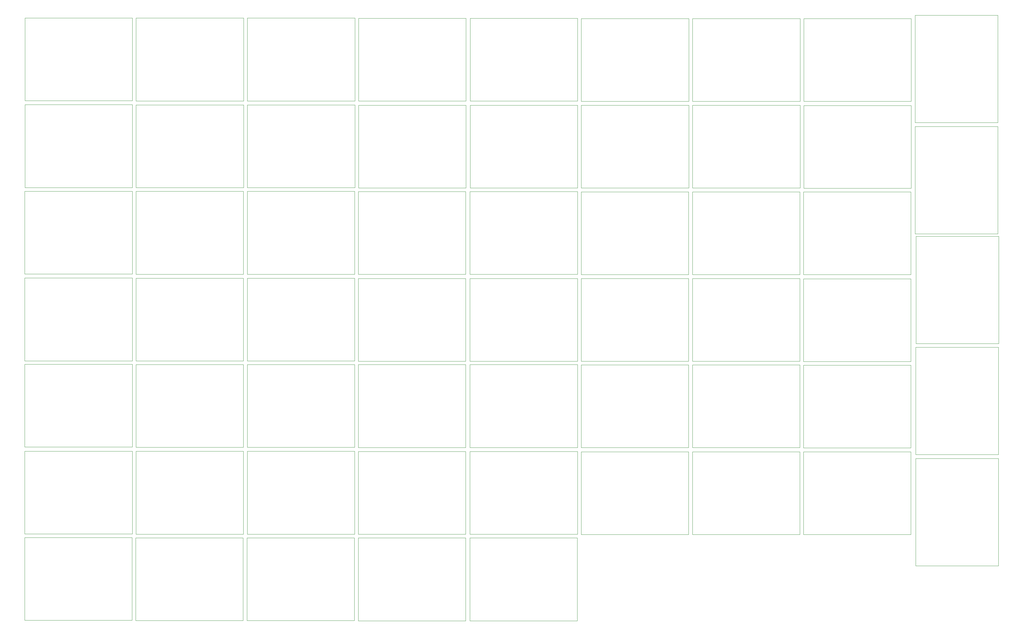
<source format=gbr>
%TF.GenerationSoftware,KiCad,Pcbnew,(5.1.6)-1*%
%TF.CreationDate,2020-07-01T09:45:42+05:30*%
%TF.ProjectId,single sided ch340c,73696e67-6c65-4207-9369-646564206368,rev?*%
%TF.SameCoordinates,Original*%
%TF.FileFunction,Profile,NP*%
%FSLAX46Y46*%
G04 Gerber Fmt 4.6, Leading zero omitted, Abs format (unit mm)*
G04 Created by KiCad (PCBNEW (5.1.6)-1) date 2020-07-01 09:45:42*
%MOMM*%
%LPD*%
G01*
G04 APERTURE LIST*
%TA.AperFunction,Profile*%
%ADD10C,0.100000*%
%TD*%
G04 APERTURE END LIST*
D10*
X261023100Y-43484800D02*
X284073600Y-43484800D01*
X261023099Y-42405300D02*
X261023100Y-12496800D01*
X284073600Y-12496800D02*
X284073600Y-42405300D01*
X284073600Y-42405300D02*
X261023099Y-42405300D01*
X284073600Y-73393300D02*
X261023099Y-73393300D01*
X261023099Y-73393300D02*
X261023100Y-43484800D01*
X261023100Y-12496800D02*
X284073600Y-12496800D01*
X284073600Y-43484800D02*
X284073600Y-73393300D01*
X105981500Y-181102000D02*
X105981500Y-158051500D01*
X104952800Y-158000700D02*
X104952800Y-181051200D01*
X43027600Y-157949900D02*
X43027600Y-181000400D01*
X135890000Y-181102000D02*
X105981500Y-181102000D01*
X43027600Y-181000400D02*
X13119100Y-181000400D01*
X261226300Y-104952800D02*
X284276800Y-104952800D01*
X13119100Y-181000400D02*
X13119100Y-157949900D01*
X135890000Y-158051500D02*
X135890000Y-181102000D01*
X73964800Y-181051200D02*
X44056300Y-181051200D01*
X137071100Y-181102000D02*
X137071100Y-158051500D01*
X105981500Y-158051500D02*
X135890000Y-158051500D01*
X44056300Y-181051200D02*
X44056300Y-158000700D01*
X137071100Y-158051500D02*
X166979600Y-158051500D01*
X284276800Y-135940800D02*
X284276800Y-165849300D01*
X44056300Y-158000700D02*
X73964800Y-158000700D01*
X166979600Y-158051500D02*
X166979600Y-181102000D01*
X261277100Y-74015599D02*
X284327600Y-74015600D01*
X13119100Y-157949900D02*
X43027600Y-157949900D01*
X261277100Y-103924101D02*
X261277100Y-74015599D01*
X75044300Y-158000700D02*
X104952800Y-158000700D01*
X73964800Y-158000700D02*
X73964800Y-181051200D01*
X284327600Y-74015600D02*
X284327600Y-103924100D01*
X75044300Y-181051200D02*
X75044300Y-158000700D01*
X104952800Y-181051200D02*
X75044300Y-181051200D01*
X166979600Y-181102000D02*
X137071100Y-181102000D01*
X229984300Y-134073900D02*
X259892800Y-134073900D01*
X168059100Y-134023100D02*
X197967600Y-134023100D01*
X105003600Y-156972000D02*
X75095100Y-156972000D01*
X105003600Y-133921500D02*
X105003600Y-156972000D01*
X75095100Y-133921500D02*
X105003600Y-133921500D01*
X106032300Y-133972300D02*
X135940800Y-133972300D01*
X199047100Y-157073600D02*
X199047100Y-134023100D01*
X75095100Y-156972000D02*
X75095100Y-133921500D01*
X74015600Y-133921500D02*
X74015600Y-156972000D01*
X197967600Y-109842300D02*
X197967600Y-132892800D01*
X167030400Y-133972300D02*
X167030400Y-157022800D01*
X228955600Y-157073600D02*
X199047100Y-157073600D01*
X199047100Y-134023100D02*
X228955600Y-134023100D01*
X228955600Y-132892800D02*
X199047100Y-132892800D01*
X168059100Y-157073600D02*
X168059100Y-134023100D01*
X106032300Y-157022800D02*
X106032300Y-133972300D01*
X168059100Y-109842300D02*
X197967600Y-109842300D01*
X167030400Y-157022800D02*
X137121900Y-157022800D01*
X43078400Y-133870700D02*
X43078400Y-156921200D01*
X199047100Y-132892800D02*
X199047100Y-109842300D01*
X197967600Y-134023100D02*
X197967600Y-157073600D01*
X44107100Y-133921500D02*
X74015600Y-133921500D01*
X259892800Y-157124400D02*
X229984300Y-157124400D01*
X229984300Y-157124400D02*
X229984300Y-134073900D01*
X137121900Y-157022800D02*
X137121900Y-133972300D01*
X13169900Y-133870700D02*
X43078400Y-133870700D01*
X44107100Y-156972000D02*
X44107100Y-133921500D01*
X229984300Y-132943600D02*
X229984300Y-109893100D01*
X228955600Y-134023100D02*
X228955600Y-157073600D01*
X199047100Y-109842300D02*
X228955600Y-109842300D01*
X168059100Y-132892800D02*
X168059100Y-109842300D01*
X229984300Y-109893100D02*
X259892800Y-109893100D01*
X167030400Y-109791500D02*
X167030400Y-132842000D01*
X74015600Y-156972000D02*
X44107100Y-156972000D01*
X75095100Y-109740700D02*
X105003600Y-109740700D01*
X135940800Y-133972300D02*
X135940800Y-157022800D01*
X137121900Y-132842000D02*
X137121900Y-109791500D01*
X259892800Y-132943600D02*
X229984300Y-132943600D01*
X135940800Y-157022800D02*
X106032300Y-157022800D01*
X75095100Y-132791200D02*
X75095100Y-109740700D01*
X106032300Y-132842000D02*
X106032300Y-109791500D01*
X106032300Y-109791500D02*
X135940800Y-109791500D01*
X44107100Y-132791200D02*
X44107100Y-109740700D01*
X105003600Y-132791200D02*
X75095100Y-132791200D01*
X44107100Y-109740700D02*
X74015600Y-109740700D01*
X167030400Y-132842000D02*
X137121900Y-132842000D01*
X137121900Y-133972300D02*
X167030400Y-133972300D01*
X74015600Y-109740700D02*
X74015600Y-132791200D01*
X105003600Y-109740700D02*
X105003600Y-132791200D01*
X43078400Y-109689900D02*
X43078400Y-132740400D01*
X13169900Y-109689900D02*
X43078400Y-109689900D01*
X228955600Y-109842300D02*
X228955600Y-132892800D01*
X137121900Y-109791500D02*
X167030400Y-109791500D01*
X259892800Y-109893100D02*
X259892800Y-132943600D01*
X197967600Y-132892800D02*
X168059100Y-132892800D01*
X259892800Y-134073900D02*
X259892800Y-157124400D01*
X13169900Y-132740400D02*
X13169900Y-109689900D01*
X197967600Y-157073600D02*
X168059100Y-157073600D01*
X13169900Y-156921200D02*
X13169900Y-133870700D01*
X43078400Y-156921200D02*
X13169900Y-156921200D01*
X135940800Y-109791500D02*
X135940800Y-132842000D01*
X135940800Y-132842000D02*
X106032300Y-132842000D01*
X74015600Y-132791200D02*
X44107100Y-132791200D01*
X43078400Y-132740400D02*
X13169900Y-132740400D01*
X261226299Y-165849300D02*
X261226300Y-135940800D01*
X284276800Y-134861300D02*
X261226299Y-134861300D01*
X284276800Y-165849300D02*
X261226299Y-165849300D01*
X261226299Y-134861300D02*
X261226300Y-104952800D01*
X284327600Y-103924100D02*
X261277100Y-103924101D01*
X284276800Y-104952800D02*
X284276800Y-134861300D01*
X261226300Y-135940800D02*
X284276800Y-135940800D01*
X229984300Y-85864700D02*
X259892800Y-85864700D01*
X168059100Y-85813900D02*
X197967600Y-85813900D01*
X105003600Y-108762800D02*
X75095100Y-108762800D01*
X105003600Y-85712300D02*
X105003600Y-108762800D01*
X75095100Y-85712300D02*
X105003600Y-85712300D01*
X106032300Y-85763100D02*
X135940800Y-85763100D01*
X199047100Y-108864400D02*
X199047100Y-85813900D01*
X75095100Y-108762800D02*
X75095100Y-85712300D01*
X74015600Y-85712300D02*
X74015600Y-108762800D01*
X197967600Y-61633100D02*
X197967600Y-84683600D01*
X167030400Y-85763100D02*
X167030400Y-108813600D01*
X228955600Y-108864400D02*
X199047100Y-108864400D01*
X199047100Y-85813900D02*
X228955600Y-85813900D01*
X228955600Y-84683600D02*
X199047100Y-84683600D01*
X168059100Y-108864400D02*
X168059100Y-85813900D01*
X106032300Y-108813600D02*
X106032300Y-85763100D01*
X168059100Y-61633100D02*
X197967600Y-61633100D01*
X167030400Y-108813600D02*
X137121900Y-108813600D01*
X43078400Y-85661500D02*
X43078400Y-108712000D01*
X199047100Y-84683600D02*
X199047100Y-61633100D01*
X197967600Y-85813900D02*
X197967600Y-108864400D01*
X44107100Y-85712300D02*
X74015600Y-85712300D01*
X259892800Y-108915200D02*
X229984300Y-108915200D01*
X229984300Y-108915200D02*
X229984300Y-85864700D01*
X137121900Y-108813600D02*
X137121900Y-85763100D01*
X13169900Y-85661500D02*
X43078400Y-85661500D01*
X44107100Y-108762800D02*
X44107100Y-85712300D01*
X229984300Y-84734400D02*
X229984300Y-61683900D01*
X228955600Y-85813900D02*
X228955600Y-108864400D01*
X199047100Y-61633100D02*
X228955600Y-61633100D01*
X168059100Y-84683600D02*
X168059100Y-61633100D01*
X229984300Y-61683900D02*
X259892800Y-61683900D01*
X167030400Y-61582300D02*
X167030400Y-84632800D01*
X74015600Y-108762800D02*
X44107100Y-108762800D01*
X75095100Y-61531500D02*
X105003600Y-61531500D01*
X135940800Y-85763100D02*
X135940800Y-108813600D01*
X137121900Y-84632800D02*
X137121900Y-61582300D01*
X259892800Y-84734400D02*
X229984300Y-84734400D01*
X135940800Y-108813600D02*
X106032300Y-108813600D01*
X75095100Y-84582000D02*
X75095100Y-61531500D01*
X106032300Y-84632800D02*
X106032300Y-61582300D01*
X106032300Y-61582300D02*
X135940800Y-61582300D01*
X44107100Y-84582000D02*
X44107100Y-61531500D01*
X105003600Y-84582000D02*
X75095100Y-84582000D01*
X44107100Y-61531500D02*
X74015600Y-61531500D01*
X167030400Y-84632800D02*
X137121900Y-84632800D01*
X137121900Y-85763100D02*
X167030400Y-85763100D01*
X74015600Y-61531500D02*
X74015600Y-84582000D01*
X105003600Y-61531500D02*
X105003600Y-84582000D01*
X43078400Y-61480700D02*
X43078400Y-84531200D01*
X13169900Y-61480700D02*
X43078400Y-61480700D01*
X228955600Y-61633100D02*
X228955600Y-84683600D01*
X137121900Y-61582300D02*
X167030400Y-61582300D01*
X259892800Y-61683900D02*
X259892800Y-84734400D01*
X197967600Y-84683600D02*
X168059100Y-84683600D01*
X259892800Y-85864700D02*
X259892800Y-108915200D01*
X13169900Y-84531200D02*
X13169900Y-61480700D01*
X197967600Y-108864400D02*
X168059100Y-108864400D01*
X13169900Y-108712000D02*
X13169900Y-85661500D01*
X43078400Y-108712000D02*
X13169900Y-108712000D01*
X135940800Y-61582300D02*
X135940800Y-84632800D01*
X135940800Y-84632800D02*
X106032300Y-84632800D01*
X74015600Y-84582000D02*
X44107100Y-84582000D01*
X43078400Y-84531200D02*
X13169900Y-84531200D01*
X198018400Y-37553900D02*
X198018400Y-60604400D01*
X229006400Y-60604400D02*
X199097900Y-60604400D01*
X168109900Y-37553900D02*
X198018400Y-37553900D01*
X199097900Y-60604400D02*
X199097900Y-37553900D01*
X230035100Y-60655200D02*
X230035100Y-37604700D01*
X199097900Y-37553900D02*
X229006400Y-37553900D01*
X168109900Y-60604400D02*
X168109900Y-37553900D01*
X230035100Y-37604700D02*
X259943600Y-37604700D01*
X167081200Y-37503100D02*
X167081200Y-60553600D01*
X75145900Y-37452300D02*
X105054400Y-37452300D01*
X137172700Y-60553600D02*
X137172700Y-37503100D01*
X259943600Y-60655200D02*
X230035100Y-60655200D01*
X75145900Y-60502800D02*
X75145900Y-37452300D01*
X106083100Y-60553600D02*
X106083100Y-37503100D01*
X106083100Y-37503100D02*
X135991600Y-37503100D01*
X44157900Y-60502800D02*
X44157900Y-37452300D01*
X105054400Y-60502800D02*
X75145900Y-60502800D01*
X44157900Y-37452300D02*
X74066400Y-37452300D01*
X167081200Y-60553600D02*
X137172700Y-60553600D01*
X74066400Y-37452300D02*
X74066400Y-60502800D01*
X105054400Y-37452300D02*
X105054400Y-60502800D01*
X43129200Y-37401500D02*
X43129200Y-60452000D01*
X13220700Y-37401500D02*
X43129200Y-37401500D01*
X229006400Y-37553900D02*
X229006400Y-60604400D01*
X137172700Y-37503100D02*
X167081200Y-37503100D01*
X259943600Y-37604700D02*
X259943600Y-60655200D01*
X198018400Y-60604400D02*
X168109900Y-60604400D01*
X13220700Y-60452000D02*
X13220700Y-37401500D01*
X135991600Y-37503100D02*
X135991600Y-60553600D01*
X135991600Y-60553600D02*
X106083100Y-60553600D01*
X74066400Y-60502800D02*
X44157900Y-60502800D01*
X43129200Y-60452000D02*
X13220700Y-60452000D01*
X199097900Y-13373100D02*
X229006400Y-13373100D01*
X199097900Y-36423600D02*
X199097900Y-13373100D01*
X230035100Y-36474400D02*
X230035100Y-13423900D01*
X230035100Y-13423900D02*
X259943600Y-13423900D01*
X168109900Y-36423600D02*
X168109900Y-13373100D01*
X229006400Y-36423600D02*
X199097900Y-36423600D01*
X168109900Y-13373100D02*
X198018400Y-13373100D01*
X198018400Y-13373100D02*
X198018400Y-36423600D01*
X229006400Y-13373100D02*
X229006400Y-36423600D01*
X167081200Y-13322300D02*
X167081200Y-36372800D01*
X137172700Y-13322300D02*
X167081200Y-13322300D01*
X137172700Y-36372800D02*
X137172700Y-13322300D01*
X259943600Y-13423900D02*
X259943600Y-36474400D01*
X259943600Y-36474400D02*
X230035100Y-36474400D01*
X198018400Y-36423600D02*
X168109900Y-36423600D01*
X167081200Y-36372800D02*
X137172700Y-36372800D01*
X106083100Y-36372800D02*
X106083100Y-13322300D01*
X106083100Y-13322300D02*
X135991600Y-13322300D01*
X135991600Y-13322300D02*
X135991600Y-36372800D01*
X105054400Y-13271500D02*
X105054400Y-36322000D01*
X75145900Y-13271500D02*
X105054400Y-13271500D01*
X75145900Y-36322000D02*
X75145900Y-13271500D01*
X135991600Y-36372800D02*
X106083100Y-36372800D01*
X105054400Y-36322000D02*
X75145900Y-36322000D01*
X74066400Y-13271500D02*
X74066400Y-36322000D01*
X44157900Y-13271500D02*
X74066400Y-13271500D01*
X44157900Y-36322000D02*
X44157900Y-13271500D01*
X74066400Y-36322000D02*
X44157900Y-36322000D01*
X43129200Y-13220700D02*
X43129200Y-36271200D01*
X13220700Y-13220700D02*
X43129200Y-13220700D01*
X13220700Y-36271200D02*
X13220700Y-13220700D01*
X43129200Y-36271200D02*
X13220700Y-36271200D01*
M02*

</source>
